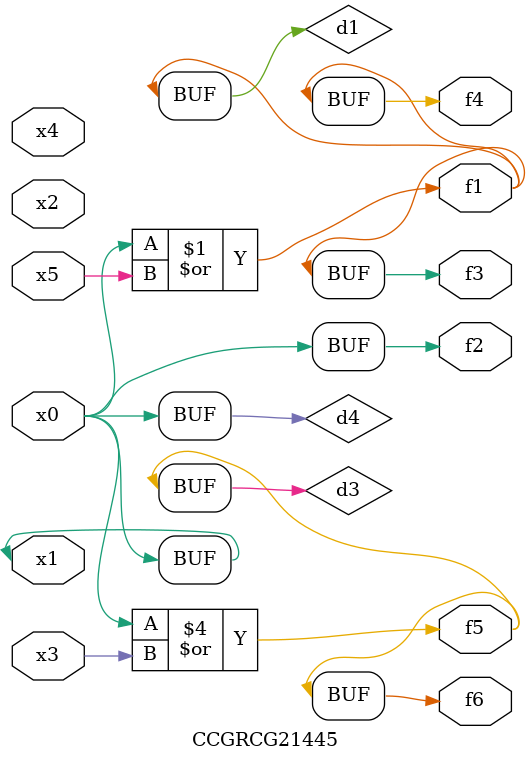
<source format=v>
module CCGRCG21445(
	input x0, x1, x2, x3, x4, x5,
	output f1, f2, f3, f4, f5, f6
);

	wire d1, d2, d3, d4;

	or (d1, x0, x5);
	xnor (d2, x1, x4);
	or (d3, x0, x3);
	buf (d4, x0, x1);
	assign f1 = d1;
	assign f2 = d4;
	assign f3 = d1;
	assign f4 = d1;
	assign f5 = d3;
	assign f6 = d3;
endmodule

</source>
